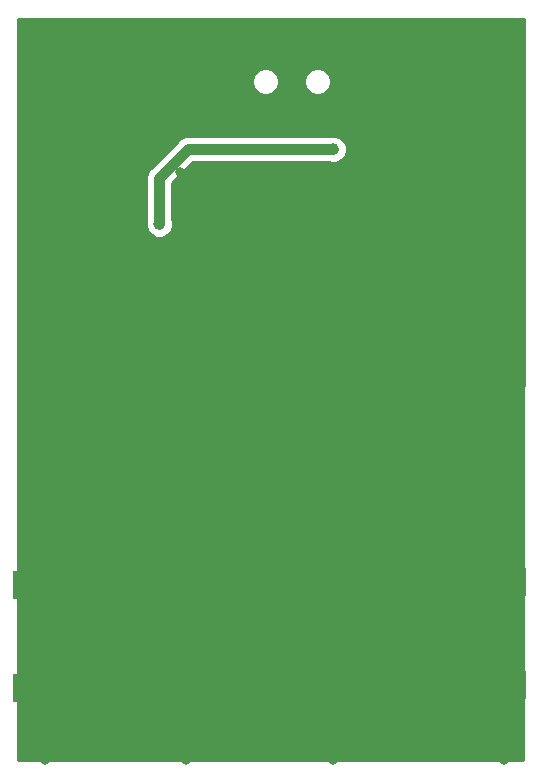
<source format=gbr>
G04 #@! TF.GenerationSoftware,KiCad,Pcbnew,(5.0.0)*
G04 #@! TF.CreationDate,2018-08-28T03:14:06+03:00*
G04 #@! TF.ProjectId,LNA_PCB,4C4E415F5043422E6B696361645F7063,rev?*
G04 #@! TF.SameCoordinates,Original*
G04 #@! TF.FileFunction,Copper,L2,Bot,Signal*
G04 #@! TF.FilePolarity,Positive*
%FSLAX46Y46*%
G04 Gerber Fmt 4.6, Leading zero omitted, Abs format (unit mm)*
G04 Created by KiCad (PCBNEW (5.0.0)) date 08/28/18 03:14:06*
%MOMM*%
%LPD*%
G01*
G04 APERTURE LIST*
G04 #@! TA.AperFunction,Conductor*
%ADD10R,0.950000X0.460000*%
G04 #@! TD*
G04 #@! TA.AperFunction,ViaPad*
%ADD11C,0.970000*%
G04 #@! TD*
G04 #@! TA.AperFunction,SMDPad,CuDef*
%ADD12R,5.080000X2.420000*%
G04 #@! TD*
G04 #@! TA.AperFunction,ViaPad*
%ADD13C,0.800000*%
G04 #@! TD*
G04 #@! TA.AperFunction,ViaPad*
%ADD14C,1.000000*%
G04 #@! TD*
G04 #@! TA.AperFunction,Conductor*
%ADD15C,0.900000*%
G04 #@! TD*
G04 #@! TA.AperFunction,Conductor*
%ADD16C,0.254000*%
G04 #@! TD*
G04 APERTURE END LIST*
D10*
G04 #@! TO.N,GND*
G04 #@! TO.C,J2*
X133858000Y-120712000D03*
X133858000Y-111952000D03*
D11*
X134308000Y-120712000D03*
X134308000Y-111952000D03*
D12*
G04 #@! TD*
G04 #@! TO.P,J2,2*
G04 #@! TO.N,GND*
X130868000Y-120712000D03*
G04 #@! TO.P,J2,2*
G04 #@! TO.N,GND*
X130868000Y-111952000D03*
G04 #@! TD*
G04 #@! TO.P,J3,2*
G04 #@! TO.N,GND*
X169270680Y-120427520D03*
X169270680Y-111667520D03*
D11*
G04 #@! TD*
G04 #@! TO.N,GND*
G04 #@! TO.C,J3*
X165830680Y-120427520D03*
G04 #@! TO.N,GND*
G04 #@! TO.C,J3*
X165830680Y-111667520D03*
D10*
X166280680Y-120427520D03*
X166280680Y-111667520D03*
G04 #@! TD*
D13*
G04 #@! TO.N,GND*
X137414000Y-119380000D03*
X141224000Y-119380000D03*
X145542000Y-119380000D03*
X149860000Y-119380000D03*
X154432000Y-119380000D03*
X158496000Y-119380000D03*
X162306000Y-119380000D03*
X137160000Y-113030000D03*
X141224000Y-113030000D03*
X145542000Y-113030000D03*
X148844000Y-113030000D03*
X148844000Y-109474000D03*
X148844000Y-104902000D03*
X148844000Y-101092000D03*
X148844000Y-95758000D03*
X156464000Y-112522000D03*
X161544000Y-112522000D03*
X156210000Y-109220000D03*
X156210000Y-104902000D03*
X156210000Y-101092000D03*
X156210000Y-95758000D03*
X156210000Y-90932000D03*
X156210000Y-86614000D03*
X156210000Y-82296000D03*
X156210000Y-78994000D03*
X159766000Y-78994000D03*
X164846000Y-78994000D03*
X164846000Y-74422000D03*
X164846000Y-69850000D03*
X164846000Y-65024000D03*
X144780000Y-95758000D03*
X140462000Y-95758000D03*
X140208000Y-89662000D03*
X140208000Y-84328000D03*
X150196778Y-82804000D03*
X131064000Y-126746000D03*
X143002000Y-126746000D03*
X155448000Y-126746000D03*
X169926000Y-126746000D03*
X150114000Y-79248000D03*
X171196000Y-94996000D03*
X170942000Y-77470000D03*
X129794000Y-99822000D03*
X129540000Y-88138000D03*
X129540000Y-76708000D03*
X129794000Y-66548000D03*
X136652000Y-66040000D03*
X144272000Y-66548000D03*
X144526000Y-72390000D03*
X142494000Y-76962000D03*
D14*
G04 #@! TO.N,Net-(C1-Pad2)*
X140716000Y-81407000D03*
X155448000Y-75057000D03*
G04 #@! TD*
D15*
G04 #@! TO.N,Net-(C1-Pad2)*
X140716000Y-81407000D02*
X140716000Y-77470000D01*
X140716000Y-77470000D02*
X143129000Y-75057000D01*
X143129000Y-75057000D02*
X155448000Y-75057000D01*
G04 #@! TD*
D16*
G04 #@! TO.N,GND*
G36*
X171503405Y-126798000D02*
X128726000Y-126798000D01*
X128726000Y-81181234D01*
X139581000Y-81181234D01*
X139581000Y-81632766D01*
X139753793Y-82049926D01*
X140073074Y-82369207D01*
X140490234Y-82542000D01*
X140941766Y-82542000D01*
X141358926Y-82369207D01*
X141678207Y-82049926D01*
X141851000Y-81632766D01*
X141851000Y-81181234D01*
X141801000Y-81060523D01*
X141801000Y-77919420D01*
X143578421Y-76142000D01*
X155101523Y-76142000D01*
X155222234Y-76192000D01*
X155673766Y-76192000D01*
X156090926Y-76019207D01*
X156410207Y-75699926D01*
X156583000Y-75282766D01*
X156583000Y-74831234D01*
X156410207Y-74414074D01*
X156090926Y-74094793D01*
X155673766Y-73922000D01*
X155222234Y-73922000D01*
X155101523Y-73972000D01*
X143235855Y-73972000D01*
X143128999Y-73950745D01*
X143022143Y-73972000D01*
X143022139Y-73972000D01*
X142705654Y-74034953D01*
X142346759Y-74274759D01*
X142286226Y-74365353D01*
X140024354Y-76627226D01*
X139933760Y-76687759D01*
X139873228Y-76778352D01*
X139693953Y-77046655D01*
X139609745Y-77470000D01*
X139631001Y-77576862D01*
X139631000Y-81060523D01*
X139581000Y-81181234D01*
X128726000Y-81181234D01*
X128726000Y-69092830D01*
X148559738Y-69092830D01*
X148559738Y-69544362D01*
X148732531Y-69961522D01*
X149051812Y-70280803D01*
X149468972Y-70453596D01*
X149920504Y-70453596D01*
X150337664Y-70280803D01*
X150656945Y-69961522D01*
X150829738Y-69544362D01*
X150829738Y-69092830D01*
X152959738Y-69092830D01*
X152959738Y-69544362D01*
X153132531Y-69961522D01*
X153451812Y-70280803D01*
X153868972Y-70453596D01*
X154320504Y-70453596D01*
X154737664Y-70280803D01*
X155056945Y-69961522D01*
X155229738Y-69544362D01*
X155229738Y-69092830D01*
X155056945Y-68675670D01*
X154737664Y-68356389D01*
X154320504Y-68183596D01*
X153868972Y-68183596D01*
X153451812Y-68356389D01*
X153132531Y-68675670D01*
X152959738Y-69092830D01*
X150829738Y-69092830D01*
X150656945Y-68675670D01*
X150337664Y-68356389D01*
X149920504Y-68183596D01*
X149468972Y-68183596D01*
X149051812Y-68356389D01*
X148732531Y-68675670D01*
X148559738Y-69092830D01*
X128726000Y-69092830D01*
X128726000Y-64083000D01*
X171627593Y-64083000D01*
X171503405Y-126798000D01*
X171503405Y-126798000D01*
G37*
X171503405Y-126798000D02*
X128726000Y-126798000D01*
X128726000Y-81181234D01*
X139581000Y-81181234D01*
X139581000Y-81632766D01*
X139753793Y-82049926D01*
X140073074Y-82369207D01*
X140490234Y-82542000D01*
X140941766Y-82542000D01*
X141358926Y-82369207D01*
X141678207Y-82049926D01*
X141851000Y-81632766D01*
X141851000Y-81181234D01*
X141801000Y-81060523D01*
X141801000Y-77919420D01*
X143578421Y-76142000D01*
X155101523Y-76142000D01*
X155222234Y-76192000D01*
X155673766Y-76192000D01*
X156090926Y-76019207D01*
X156410207Y-75699926D01*
X156583000Y-75282766D01*
X156583000Y-74831234D01*
X156410207Y-74414074D01*
X156090926Y-74094793D01*
X155673766Y-73922000D01*
X155222234Y-73922000D01*
X155101523Y-73972000D01*
X143235855Y-73972000D01*
X143128999Y-73950745D01*
X143022143Y-73972000D01*
X143022139Y-73972000D01*
X142705654Y-74034953D01*
X142346759Y-74274759D01*
X142286226Y-74365353D01*
X140024354Y-76627226D01*
X139933760Y-76687759D01*
X139873228Y-76778352D01*
X139693953Y-77046655D01*
X139609745Y-77470000D01*
X139631001Y-77576862D01*
X139631000Y-81060523D01*
X139581000Y-81181234D01*
X128726000Y-81181234D01*
X128726000Y-69092830D01*
X148559738Y-69092830D01*
X148559738Y-69544362D01*
X148732531Y-69961522D01*
X149051812Y-70280803D01*
X149468972Y-70453596D01*
X149920504Y-70453596D01*
X150337664Y-70280803D01*
X150656945Y-69961522D01*
X150829738Y-69544362D01*
X150829738Y-69092830D01*
X152959738Y-69092830D01*
X152959738Y-69544362D01*
X153132531Y-69961522D01*
X153451812Y-70280803D01*
X153868972Y-70453596D01*
X154320504Y-70453596D01*
X154737664Y-70280803D01*
X155056945Y-69961522D01*
X155229738Y-69544362D01*
X155229738Y-69092830D01*
X155056945Y-68675670D01*
X154737664Y-68356389D01*
X154320504Y-68183596D01*
X153868972Y-68183596D01*
X153451812Y-68356389D01*
X153132531Y-68675670D01*
X152959738Y-69092830D01*
X150829738Y-69092830D01*
X150656945Y-68675670D01*
X150337664Y-68356389D01*
X149920504Y-68183596D01*
X149468972Y-68183596D01*
X149051812Y-68356389D01*
X148732531Y-68675670D01*
X148559738Y-69092830D01*
X128726000Y-69092830D01*
X128726000Y-64083000D01*
X171627593Y-64083000D01*
X171503405Y-126798000D01*
G04 #@! TD*
M02*

</source>
